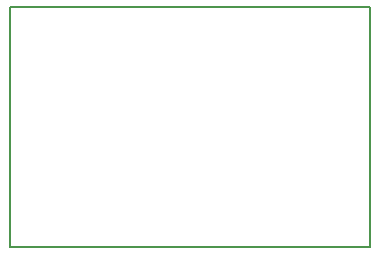
<source format=gm1>
G04 #@! TF.FileFunction,Profile,NP*
%FSLAX46Y46*%
G04 Gerber Fmt 4.6, Leading zero omitted, Abs format (unit mm)*
G04 Created by KiCad (PCBNEW 4.0.7) date 04/16/19 16:10:46*
%MOMM*%
%LPD*%
G01*
G04 APERTURE LIST*
%ADD10C,0.100000*%
%ADD11C,0.150000*%
G04 APERTURE END LIST*
D10*
D11*
X0Y0D02*
X-30480000Y0D01*
X0Y-20320000D02*
X0Y0D01*
X-30480000Y-20320000D02*
X0Y-20320000D01*
X-30480000Y0D02*
X-30480000Y-20320000D01*
M02*

</source>
